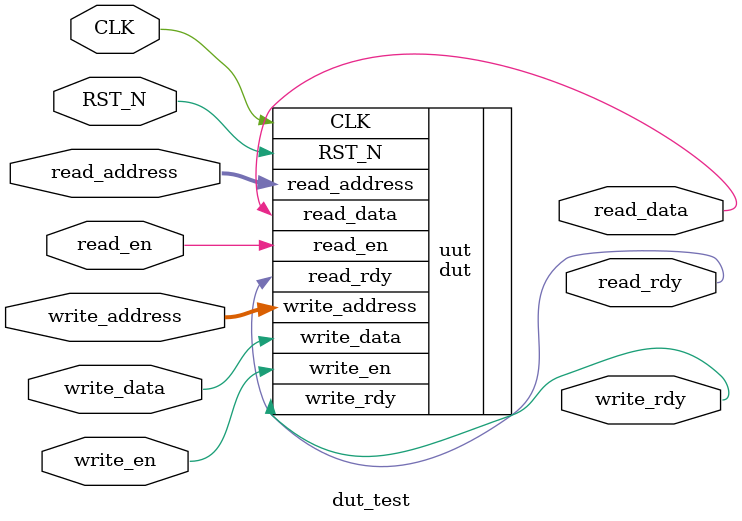
<source format=v>
module dut_test(
  input  wire        CLK,
  input  wire        RST_N,

  // action method write
  input  wire [2:0]  write_address,
  input  wire        write_data,
  input  wire        write_en,
  output wire        write_rdy,

  // actionvalue method read
  input  wire [2:0]  read_address,
  input  wire        read_en,
  output wire        read_data,
  output wire        read_rdy
);

  // Instantiate the DUT
  dut uut(
    .CLK(CLK),
    .RST_N(RST_N),
    .write_address(write_address),
    .write_data(write_data),
    .write_en(write_en),
    .write_rdy(write_rdy),
    .read_address(read_address),
    .read_en(read_en),
    .read_data(read_data),
    .read_rdy(read_rdy)
  );

  initial begin
	$dumpfile("tests/interface.vcd");
	$dumpvars;
  end


endmodule



</source>
